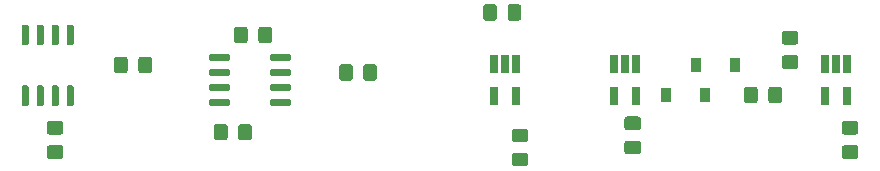
<source format=gbr>
G04 #@! TF.GenerationSoftware,KiCad,Pcbnew,(5.1.5)-3*
G04 #@! TF.CreationDate,2020-05-18T11:13:30-07:00*
G04 #@! TF.ProjectId,Conductivity_Sensor,436f6e64-7563-4746-9976-6974795f5365,rev?*
G04 #@! TF.SameCoordinates,Original*
G04 #@! TF.FileFunction,Paste,Top*
G04 #@! TF.FilePolarity,Positive*
%FSLAX46Y46*%
G04 Gerber Fmt 4.6, Leading zero omitted, Abs format (unit mm)*
G04 Created by KiCad (PCBNEW (5.1.5)-3) date 2020-05-18 11:13:30*
%MOMM*%
%LPD*%
G04 APERTURE LIST*
%ADD10R,0.900000X1.200000*%
%ADD11C,0.100000*%
%ADD12R,0.650000X1.560000*%
G04 APERTURE END LIST*
D10*
X158370000Y-67310000D03*
X161670000Y-67310000D03*
D11*
G36*
X107154505Y-69521204D02*
G01*
X107178773Y-69524804D01*
X107202572Y-69530765D01*
X107225671Y-69539030D01*
X107247850Y-69549520D01*
X107268893Y-69562132D01*
X107288599Y-69576747D01*
X107306777Y-69593223D01*
X107323253Y-69611401D01*
X107337868Y-69631107D01*
X107350480Y-69652150D01*
X107360970Y-69674329D01*
X107369235Y-69697428D01*
X107375196Y-69721227D01*
X107378796Y-69745495D01*
X107380000Y-69769999D01*
X107380000Y-70420001D01*
X107378796Y-70444505D01*
X107375196Y-70468773D01*
X107369235Y-70492572D01*
X107360970Y-70515671D01*
X107350480Y-70537850D01*
X107337868Y-70558893D01*
X107323253Y-70578599D01*
X107306777Y-70596777D01*
X107288599Y-70613253D01*
X107268893Y-70627868D01*
X107247850Y-70640480D01*
X107225671Y-70650970D01*
X107202572Y-70659235D01*
X107178773Y-70665196D01*
X107154505Y-70668796D01*
X107130001Y-70670000D01*
X106229999Y-70670000D01*
X106205495Y-70668796D01*
X106181227Y-70665196D01*
X106157428Y-70659235D01*
X106134329Y-70650970D01*
X106112150Y-70640480D01*
X106091107Y-70627868D01*
X106071401Y-70613253D01*
X106053223Y-70596777D01*
X106036747Y-70578599D01*
X106022132Y-70558893D01*
X106009520Y-70537850D01*
X105999030Y-70515671D01*
X105990765Y-70492572D01*
X105984804Y-70468773D01*
X105981204Y-70444505D01*
X105980000Y-70420001D01*
X105980000Y-69769999D01*
X105981204Y-69745495D01*
X105984804Y-69721227D01*
X105990765Y-69697428D01*
X105999030Y-69674329D01*
X106009520Y-69652150D01*
X106022132Y-69631107D01*
X106036747Y-69611401D01*
X106053223Y-69593223D01*
X106071401Y-69576747D01*
X106091107Y-69562132D01*
X106112150Y-69549520D01*
X106134329Y-69539030D01*
X106157428Y-69530765D01*
X106181227Y-69524804D01*
X106205495Y-69521204D01*
X106229999Y-69520000D01*
X107130001Y-69520000D01*
X107154505Y-69521204D01*
G37*
G36*
X107154505Y-71571204D02*
G01*
X107178773Y-71574804D01*
X107202572Y-71580765D01*
X107225671Y-71589030D01*
X107247850Y-71599520D01*
X107268893Y-71612132D01*
X107288599Y-71626747D01*
X107306777Y-71643223D01*
X107323253Y-71661401D01*
X107337868Y-71681107D01*
X107350480Y-71702150D01*
X107360970Y-71724329D01*
X107369235Y-71747428D01*
X107375196Y-71771227D01*
X107378796Y-71795495D01*
X107380000Y-71819999D01*
X107380000Y-72470001D01*
X107378796Y-72494505D01*
X107375196Y-72518773D01*
X107369235Y-72542572D01*
X107360970Y-72565671D01*
X107350480Y-72587850D01*
X107337868Y-72608893D01*
X107323253Y-72628599D01*
X107306777Y-72646777D01*
X107288599Y-72663253D01*
X107268893Y-72677868D01*
X107247850Y-72690480D01*
X107225671Y-72700970D01*
X107202572Y-72709235D01*
X107178773Y-72715196D01*
X107154505Y-72718796D01*
X107130001Y-72720000D01*
X106229999Y-72720000D01*
X106205495Y-72718796D01*
X106181227Y-72715196D01*
X106157428Y-72709235D01*
X106134329Y-72700970D01*
X106112150Y-72690480D01*
X106091107Y-72677868D01*
X106071401Y-72663253D01*
X106053223Y-72646777D01*
X106036747Y-72628599D01*
X106022132Y-72608893D01*
X106009520Y-72587850D01*
X105999030Y-72565671D01*
X105990765Y-72542572D01*
X105984804Y-72518773D01*
X105981204Y-72494505D01*
X105980000Y-72470001D01*
X105980000Y-71819999D01*
X105981204Y-71795495D01*
X105984804Y-71771227D01*
X105990765Y-71747428D01*
X105999030Y-71724329D01*
X106009520Y-71702150D01*
X106022132Y-71681107D01*
X106036747Y-71661401D01*
X106053223Y-71643223D01*
X106071401Y-71626747D01*
X106091107Y-71612132D01*
X106112150Y-71599520D01*
X106134329Y-71589030D01*
X106157428Y-71580765D01*
X106181227Y-71574804D01*
X106205495Y-71571204D01*
X106229999Y-71570000D01*
X107130001Y-71570000D01*
X107154505Y-71571204D01*
G37*
G36*
X122759505Y-61531204D02*
G01*
X122783773Y-61534804D01*
X122807572Y-61540765D01*
X122830671Y-61549030D01*
X122852850Y-61559520D01*
X122873893Y-61572132D01*
X122893599Y-61586747D01*
X122911777Y-61603223D01*
X122928253Y-61621401D01*
X122942868Y-61641107D01*
X122955480Y-61662150D01*
X122965970Y-61684329D01*
X122974235Y-61707428D01*
X122980196Y-61731227D01*
X122983796Y-61755495D01*
X122985000Y-61779999D01*
X122985000Y-62680001D01*
X122983796Y-62704505D01*
X122980196Y-62728773D01*
X122974235Y-62752572D01*
X122965970Y-62775671D01*
X122955480Y-62797850D01*
X122942868Y-62818893D01*
X122928253Y-62838599D01*
X122911777Y-62856777D01*
X122893599Y-62873253D01*
X122873893Y-62887868D01*
X122852850Y-62900480D01*
X122830671Y-62910970D01*
X122807572Y-62919235D01*
X122783773Y-62925196D01*
X122759505Y-62928796D01*
X122735001Y-62930000D01*
X122084999Y-62930000D01*
X122060495Y-62928796D01*
X122036227Y-62925196D01*
X122012428Y-62919235D01*
X121989329Y-62910970D01*
X121967150Y-62900480D01*
X121946107Y-62887868D01*
X121926401Y-62873253D01*
X121908223Y-62856777D01*
X121891747Y-62838599D01*
X121877132Y-62818893D01*
X121864520Y-62797850D01*
X121854030Y-62775671D01*
X121845765Y-62752572D01*
X121839804Y-62728773D01*
X121836204Y-62704505D01*
X121835000Y-62680001D01*
X121835000Y-61779999D01*
X121836204Y-61755495D01*
X121839804Y-61731227D01*
X121845765Y-61707428D01*
X121854030Y-61684329D01*
X121864520Y-61662150D01*
X121877132Y-61641107D01*
X121891747Y-61621401D01*
X121908223Y-61603223D01*
X121926401Y-61586747D01*
X121946107Y-61572132D01*
X121967150Y-61559520D01*
X121989329Y-61549030D01*
X122012428Y-61540765D01*
X122036227Y-61534804D01*
X122060495Y-61531204D01*
X122084999Y-61530000D01*
X122735001Y-61530000D01*
X122759505Y-61531204D01*
G37*
G36*
X124809505Y-61531204D02*
G01*
X124833773Y-61534804D01*
X124857572Y-61540765D01*
X124880671Y-61549030D01*
X124902850Y-61559520D01*
X124923893Y-61572132D01*
X124943599Y-61586747D01*
X124961777Y-61603223D01*
X124978253Y-61621401D01*
X124992868Y-61641107D01*
X125005480Y-61662150D01*
X125015970Y-61684329D01*
X125024235Y-61707428D01*
X125030196Y-61731227D01*
X125033796Y-61755495D01*
X125035000Y-61779999D01*
X125035000Y-62680001D01*
X125033796Y-62704505D01*
X125030196Y-62728773D01*
X125024235Y-62752572D01*
X125015970Y-62775671D01*
X125005480Y-62797850D01*
X124992868Y-62818893D01*
X124978253Y-62838599D01*
X124961777Y-62856777D01*
X124943599Y-62873253D01*
X124923893Y-62887868D01*
X124902850Y-62900480D01*
X124880671Y-62910970D01*
X124857572Y-62919235D01*
X124833773Y-62925196D01*
X124809505Y-62928796D01*
X124785001Y-62930000D01*
X124134999Y-62930000D01*
X124110495Y-62928796D01*
X124086227Y-62925196D01*
X124062428Y-62919235D01*
X124039329Y-62910970D01*
X124017150Y-62900480D01*
X123996107Y-62887868D01*
X123976401Y-62873253D01*
X123958223Y-62856777D01*
X123941747Y-62838599D01*
X123927132Y-62818893D01*
X123914520Y-62797850D01*
X123904030Y-62775671D01*
X123895765Y-62752572D01*
X123889804Y-62728773D01*
X123886204Y-62704505D01*
X123885000Y-62680001D01*
X123885000Y-61779999D01*
X123886204Y-61755495D01*
X123889804Y-61731227D01*
X123895765Y-61707428D01*
X123904030Y-61684329D01*
X123914520Y-61662150D01*
X123927132Y-61641107D01*
X123941747Y-61621401D01*
X123958223Y-61603223D01*
X123976401Y-61586747D01*
X123996107Y-61572132D01*
X124017150Y-61559520D01*
X124039329Y-61549030D01*
X124062428Y-61540765D01*
X124086227Y-61534804D01*
X124110495Y-61531204D01*
X124134999Y-61530000D01*
X124785001Y-61530000D01*
X124809505Y-61531204D01*
G37*
G36*
X146524505Y-72206204D02*
G01*
X146548773Y-72209804D01*
X146572572Y-72215765D01*
X146595671Y-72224030D01*
X146617850Y-72234520D01*
X146638893Y-72247132D01*
X146658599Y-72261747D01*
X146676777Y-72278223D01*
X146693253Y-72296401D01*
X146707868Y-72316107D01*
X146720480Y-72337150D01*
X146730970Y-72359329D01*
X146739235Y-72382428D01*
X146745196Y-72406227D01*
X146748796Y-72430495D01*
X146750000Y-72454999D01*
X146750000Y-73105001D01*
X146748796Y-73129505D01*
X146745196Y-73153773D01*
X146739235Y-73177572D01*
X146730970Y-73200671D01*
X146720480Y-73222850D01*
X146707868Y-73243893D01*
X146693253Y-73263599D01*
X146676777Y-73281777D01*
X146658599Y-73298253D01*
X146638893Y-73312868D01*
X146617850Y-73325480D01*
X146595671Y-73335970D01*
X146572572Y-73344235D01*
X146548773Y-73350196D01*
X146524505Y-73353796D01*
X146500001Y-73355000D01*
X145599999Y-73355000D01*
X145575495Y-73353796D01*
X145551227Y-73350196D01*
X145527428Y-73344235D01*
X145504329Y-73335970D01*
X145482150Y-73325480D01*
X145461107Y-73312868D01*
X145441401Y-73298253D01*
X145423223Y-73281777D01*
X145406747Y-73263599D01*
X145392132Y-73243893D01*
X145379520Y-73222850D01*
X145369030Y-73200671D01*
X145360765Y-73177572D01*
X145354804Y-73153773D01*
X145351204Y-73129505D01*
X145350000Y-73105001D01*
X145350000Y-72454999D01*
X145351204Y-72430495D01*
X145354804Y-72406227D01*
X145360765Y-72382428D01*
X145369030Y-72359329D01*
X145379520Y-72337150D01*
X145392132Y-72316107D01*
X145406747Y-72296401D01*
X145423223Y-72278223D01*
X145441401Y-72261747D01*
X145461107Y-72247132D01*
X145482150Y-72234520D01*
X145504329Y-72224030D01*
X145527428Y-72215765D01*
X145551227Y-72209804D01*
X145575495Y-72206204D01*
X145599999Y-72205000D01*
X146500001Y-72205000D01*
X146524505Y-72206204D01*
G37*
G36*
X146524505Y-70156204D02*
G01*
X146548773Y-70159804D01*
X146572572Y-70165765D01*
X146595671Y-70174030D01*
X146617850Y-70184520D01*
X146638893Y-70197132D01*
X146658599Y-70211747D01*
X146676777Y-70228223D01*
X146693253Y-70246401D01*
X146707868Y-70266107D01*
X146720480Y-70287150D01*
X146730970Y-70309329D01*
X146739235Y-70332428D01*
X146745196Y-70356227D01*
X146748796Y-70380495D01*
X146750000Y-70404999D01*
X146750000Y-71055001D01*
X146748796Y-71079505D01*
X146745196Y-71103773D01*
X146739235Y-71127572D01*
X146730970Y-71150671D01*
X146720480Y-71172850D01*
X146707868Y-71193893D01*
X146693253Y-71213599D01*
X146676777Y-71231777D01*
X146658599Y-71248253D01*
X146638893Y-71262868D01*
X146617850Y-71275480D01*
X146595671Y-71285970D01*
X146572572Y-71294235D01*
X146548773Y-71300196D01*
X146524505Y-71303796D01*
X146500001Y-71305000D01*
X145599999Y-71305000D01*
X145575495Y-71303796D01*
X145551227Y-71300196D01*
X145527428Y-71294235D01*
X145504329Y-71285970D01*
X145482150Y-71275480D01*
X145461107Y-71262868D01*
X145441401Y-71248253D01*
X145423223Y-71231777D01*
X145406747Y-71213599D01*
X145392132Y-71193893D01*
X145379520Y-71172850D01*
X145369030Y-71150671D01*
X145360765Y-71127572D01*
X145354804Y-71103773D01*
X145351204Y-71079505D01*
X145350000Y-71055001D01*
X145350000Y-70404999D01*
X145351204Y-70380495D01*
X145354804Y-70356227D01*
X145360765Y-70332428D01*
X145369030Y-70309329D01*
X145379520Y-70287150D01*
X145392132Y-70266107D01*
X145406747Y-70246401D01*
X145423223Y-70228223D01*
X145441401Y-70211747D01*
X145461107Y-70197132D01*
X145482150Y-70184520D01*
X145504329Y-70174030D01*
X145527428Y-70165765D01*
X145551227Y-70159804D01*
X145575495Y-70156204D01*
X145599999Y-70155000D01*
X146500001Y-70155000D01*
X146524505Y-70156204D01*
G37*
G36*
X156049505Y-71181204D02*
G01*
X156073773Y-71184804D01*
X156097572Y-71190765D01*
X156120671Y-71199030D01*
X156142850Y-71209520D01*
X156163893Y-71222132D01*
X156183599Y-71236747D01*
X156201777Y-71253223D01*
X156218253Y-71271401D01*
X156232868Y-71291107D01*
X156245480Y-71312150D01*
X156255970Y-71334329D01*
X156264235Y-71357428D01*
X156270196Y-71381227D01*
X156273796Y-71405495D01*
X156275000Y-71429999D01*
X156275000Y-72080001D01*
X156273796Y-72104505D01*
X156270196Y-72128773D01*
X156264235Y-72152572D01*
X156255970Y-72175671D01*
X156245480Y-72197850D01*
X156232868Y-72218893D01*
X156218253Y-72238599D01*
X156201777Y-72256777D01*
X156183599Y-72273253D01*
X156163893Y-72287868D01*
X156142850Y-72300480D01*
X156120671Y-72310970D01*
X156097572Y-72319235D01*
X156073773Y-72325196D01*
X156049505Y-72328796D01*
X156025001Y-72330000D01*
X155124999Y-72330000D01*
X155100495Y-72328796D01*
X155076227Y-72325196D01*
X155052428Y-72319235D01*
X155029329Y-72310970D01*
X155007150Y-72300480D01*
X154986107Y-72287868D01*
X154966401Y-72273253D01*
X154948223Y-72256777D01*
X154931747Y-72238599D01*
X154917132Y-72218893D01*
X154904520Y-72197850D01*
X154894030Y-72175671D01*
X154885765Y-72152572D01*
X154879804Y-72128773D01*
X154876204Y-72104505D01*
X154875000Y-72080001D01*
X154875000Y-71429999D01*
X154876204Y-71405495D01*
X154879804Y-71381227D01*
X154885765Y-71357428D01*
X154894030Y-71334329D01*
X154904520Y-71312150D01*
X154917132Y-71291107D01*
X154931747Y-71271401D01*
X154948223Y-71253223D01*
X154966401Y-71236747D01*
X154986107Y-71222132D01*
X155007150Y-71209520D01*
X155029329Y-71199030D01*
X155052428Y-71190765D01*
X155076227Y-71184804D01*
X155100495Y-71181204D01*
X155124999Y-71180000D01*
X156025001Y-71180000D01*
X156049505Y-71181204D01*
G37*
G36*
X156049505Y-69131204D02*
G01*
X156073773Y-69134804D01*
X156097572Y-69140765D01*
X156120671Y-69149030D01*
X156142850Y-69159520D01*
X156163893Y-69172132D01*
X156183599Y-69186747D01*
X156201777Y-69203223D01*
X156218253Y-69221401D01*
X156232868Y-69241107D01*
X156245480Y-69262150D01*
X156255970Y-69284329D01*
X156264235Y-69307428D01*
X156270196Y-69331227D01*
X156273796Y-69355495D01*
X156275000Y-69379999D01*
X156275000Y-70030001D01*
X156273796Y-70054505D01*
X156270196Y-70078773D01*
X156264235Y-70102572D01*
X156255970Y-70125671D01*
X156245480Y-70147850D01*
X156232868Y-70168893D01*
X156218253Y-70188599D01*
X156201777Y-70206777D01*
X156183599Y-70223253D01*
X156163893Y-70237868D01*
X156142850Y-70250480D01*
X156120671Y-70260970D01*
X156097572Y-70269235D01*
X156073773Y-70275196D01*
X156049505Y-70278796D01*
X156025001Y-70280000D01*
X155124999Y-70280000D01*
X155100495Y-70278796D01*
X155076227Y-70275196D01*
X155052428Y-70269235D01*
X155029329Y-70260970D01*
X155007150Y-70250480D01*
X154986107Y-70237868D01*
X154966401Y-70223253D01*
X154948223Y-70206777D01*
X154931747Y-70188599D01*
X154917132Y-70168893D01*
X154904520Y-70147850D01*
X154894030Y-70125671D01*
X154885765Y-70102572D01*
X154879804Y-70078773D01*
X154876204Y-70054505D01*
X154875000Y-70030001D01*
X154875000Y-69379999D01*
X154876204Y-69355495D01*
X154879804Y-69331227D01*
X154885765Y-69307428D01*
X154894030Y-69284329D01*
X154904520Y-69262150D01*
X154917132Y-69241107D01*
X154931747Y-69221401D01*
X154948223Y-69203223D01*
X154966401Y-69186747D01*
X154986107Y-69172132D01*
X155007150Y-69159520D01*
X155029329Y-69149030D01*
X155052428Y-69140765D01*
X155076227Y-69134804D01*
X155100495Y-69131204D01*
X155124999Y-69130000D01*
X156025001Y-69130000D01*
X156049505Y-69131204D01*
G37*
G36*
X174464505Y-71571204D02*
G01*
X174488773Y-71574804D01*
X174512572Y-71580765D01*
X174535671Y-71589030D01*
X174557850Y-71599520D01*
X174578893Y-71612132D01*
X174598599Y-71626747D01*
X174616777Y-71643223D01*
X174633253Y-71661401D01*
X174647868Y-71681107D01*
X174660480Y-71702150D01*
X174670970Y-71724329D01*
X174679235Y-71747428D01*
X174685196Y-71771227D01*
X174688796Y-71795495D01*
X174690000Y-71819999D01*
X174690000Y-72470001D01*
X174688796Y-72494505D01*
X174685196Y-72518773D01*
X174679235Y-72542572D01*
X174670970Y-72565671D01*
X174660480Y-72587850D01*
X174647868Y-72608893D01*
X174633253Y-72628599D01*
X174616777Y-72646777D01*
X174598599Y-72663253D01*
X174578893Y-72677868D01*
X174557850Y-72690480D01*
X174535671Y-72700970D01*
X174512572Y-72709235D01*
X174488773Y-72715196D01*
X174464505Y-72718796D01*
X174440001Y-72720000D01*
X173539999Y-72720000D01*
X173515495Y-72718796D01*
X173491227Y-72715196D01*
X173467428Y-72709235D01*
X173444329Y-72700970D01*
X173422150Y-72690480D01*
X173401107Y-72677868D01*
X173381401Y-72663253D01*
X173363223Y-72646777D01*
X173346747Y-72628599D01*
X173332132Y-72608893D01*
X173319520Y-72587850D01*
X173309030Y-72565671D01*
X173300765Y-72542572D01*
X173294804Y-72518773D01*
X173291204Y-72494505D01*
X173290000Y-72470001D01*
X173290000Y-71819999D01*
X173291204Y-71795495D01*
X173294804Y-71771227D01*
X173300765Y-71747428D01*
X173309030Y-71724329D01*
X173319520Y-71702150D01*
X173332132Y-71681107D01*
X173346747Y-71661401D01*
X173363223Y-71643223D01*
X173381401Y-71626747D01*
X173401107Y-71612132D01*
X173422150Y-71599520D01*
X173444329Y-71589030D01*
X173467428Y-71580765D01*
X173491227Y-71574804D01*
X173515495Y-71571204D01*
X173539999Y-71570000D01*
X174440001Y-71570000D01*
X174464505Y-71571204D01*
G37*
G36*
X174464505Y-69521204D02*
G01*
X174488773Y-69524804D01*
X174512572Y-69530765D01*
X174535671Y-69539030D01*
X174557850Y-69549520D01*
X174578893Y-69562132D01*
X174598599Y-69576747D01*
X174616777Y-69593223D01*
X174633253Y-69611401D01*
X174647868Y-69631107D01*
X174660480Y-69652150D01*
X174670970Y-69674329D01*
X174679235Y-69697428D01*
X174685196Y-69721227D01*
X174688796Y-69745495D01*
X174690000Y-69769999D01*
X174690000Y-70420001D01*
X174688796Y-70444505D01*
X174685196Y-70468773D01*
X174679235Y-70492572D01*
X174670970Y-70515671D01*
X174660480Y-70537850D01*
X174647868Y-70558893D01*
X174633253Y-70578599D01*
X174616777Y-70596777D01*
X174598599Y-70613253D01*
X174578893Y-70627868D01*
X174557850Y-70640480D01*
X174535671Y-70650970D01*
X174512572Y-70659235D01*
X174488773Y-70665196D01*
X174464505Y-70668796D01*
X174440001Y-70670000D01*
X173539999Y-70670000D01*
X173515495Y-70668796D01*
X173491227Y-70665196D01*
X173467428Y-70659235D01*
X173444329Y-70650970D01*
X173422150Y-70640480D01*
X173401107Y-70627868D01*
X173381401Y-70613253D01*
X173363223Y-70596777D01*
X173346747Y-70578599D01*
X173332132Y-70558893D01*
X173319520Y-70537850D01*
X173309030Y-70515671D01*
X173300765Y-70492572D01*
X173294804Y-70468773D01*
X173291204Y-70444505D01*
X173290000Y-70420001D01*
X173290000Y-69769999D01*
X173291204Y-69745495D01*
X173294804Y-69721227D01*
X173300765Y-69697428D01*
X173309030Y-69674329D01*
X173319520Y-69652150D01*
X173332132Y-69631107D01*
X173346747Y-69611401D01*
X173363223Y-69593223D01*
X173381401Y-69576747D01*
X173401107Y-69562132D01*
X173422150Y-69549520D01*
X173444329Y-69539030D01*
X173467428Y-69530765D01*
X173491227Y-69524804D01*
X173515495Y-69521204D01*
X173539999Y-69520000D01*
X174440001Y-69520000D01*
X174464505Y-69521204D01*
G37*
G36*
X169384505Y-61901204D02*
G01*
X169408773Y-61904804D01*
X169432572Y-61910765D01*
X169455671Y-61919030D01*
X169477850Y-61929520D01*
X169498893Y-61942132D01*
X169518599Y-61956747D01*
X169536777Y-61973223D01*
X169553253Y-61991401D01*
X169567868Y-62011107D01*
X169580480Y-62032150D01*
X169590970Y-62054329D01*
X169599235Y-62077428D01*
X169605196Y-62101227D01*
X169608796Y-62125495D01*
X169610000Y-62149999D01*
X169610000Y-62800001D01*
X169608796Y-62824505D01*
X169605196Y-62848773D01*
X169599235Y-62872572D01*
X169590970Y-62895671D01*
X169580480Y-62917850D01*
X169567868Y-62938893D01*
X169553253Y-62958599D01*
X169536777Y-62976777D01*
X169518599Y-62993253D01*
X169498893Y-63007868D01*
X169477850Y-63020480D01*
X169455671Y-63030970D01*
X169432572Y-63039235D01*
X169408773Y-63045196D01*
X169384505Y-63048796D01*
X169360001Y-63050000D01*
X168459999Y-63050000D01*
X168435495Y-63048796D01*
X168411227Y-63045196D01*
X168387428Y-63039235D01*
X168364329Y-63030970D01*
X168342150Y-63020480D01*
X168321107Y-63007868D01*
X168301401Y-62993253D01*
X168283223Y-62976777D01*
X168266747Y-62958599D01*
X168252132Y-62938893D01*
X168239520Y-62917850D01*
X168229030Y-62895671D01*
X168220765Y-62872572D01*
X168214804Y-62848773D01*
X168211204Y-62824505D01*
X168210000Y-62800001D01*
X168210000Y-62149999D01*
X168211204Y-62125495D01*
X168214804Y-62101227D01*
X168220765Y-62077428D01*
X168229030Y-62054329D01*
X168239520Y-62032150D01*
X168252132Y-62011107D01*
X168266747Y-61991401D01*
X168283223Y-61973223D01*
X168301401Y-61956747D01*
X168321107Y-61942132D01*
X168342150Y-61929520D01*
X168364329Y-61919030D01*
X168387428Y-61910765D01*
X168411227Y-61904804D01*
X168435495Y-61901204D01*
X168459999Y-61900000D01*
X169360001Y-61900000D01*
X169384505Y-61901204D01*
G37*
G36*
X169384505Y-63951204D02*
G01*
X169408773Y-63954804D01*
X169432572Y-63960765D01*
X169455671Y-63969030D01*
X169477850Y-63979520D01*
X169498893Y-63992132D01*
X169518599Y-64006747D01*
X169536777Y-64023223D01*
X169553253Y-64041401D01*
X169567868Y-64061107D01*
X169580480Y-64082150D01*
X169590970Y-64104329D01*
X169599235Y-64127428D01*
X169605196Y-64151227D01*
X169608796Y-64175495D01*
X169610000Y-64199999D01*
X169610000Y-64850001D01*
X169608796Y-64874505D01*
X169605196Y-64898773D01*
X169599235Y-64922572D01*
X169590970Y-64945671D01*
X169580480Y-64967850D01*
X169567868Y-64988893D01*
X169553253Y-65008599D01*
X169536777Y-65026777D01*
X169518599Y-65043253D01*
X169498893Y-65057868D01*
X169477850Y-65070480D01*
X169455671Y-65080970D01*
X169432572Y-65089235D01*
X169408773Y-65095196D01*
X169384505Y-65098796D01*
X169360001Y-65100000D01*
X168459999Y-65100000D01*
X168435495Y-65098796D01*
X168411227Y-65095196D01*
X168387428Y-65089235D01*
X168364329Y-65080970D01*
X168342150Y-65070480D01*
X168321107Y-65057868D01*
X168301401Y-65043253D01*
X168283223Y-65026777D01*
X168266747Y-65008599D01*
X168252132Y-64988893D01*
X168239520Y-64967850D01*
X168229030Y-64945671D01*
X168220765Y-64922572D01*
X168214804Y-64898773D01*
X168211204Y-64874505D01*
X168210000Y-64850001D01*
X168210000Y-64199999D01*
X168211204Y-64175495D01*
X168214804Y-64151227D01*
X168220765Y-64127428D01*
X168229030Y-64104329D01*
X168239520Y-64082150D01*
X168252132Y-64061107D01*
X168266747Y-64041401D01*
X168283223Y-64023223D01*
X168301401Y-64006747D01*
X168321107Y-63992132D01*
X168342150Y-63979520D01*
X168364329Y-63969030D01*
X168387428Y-63960765D01*
X168411227Y-63954804D01*
X168435495Y-63951204D01*
X168459999Y-63950000D01*
X169360001Y-63950000D01*
X169384505Y-63951204D01*
G37*
D10*
X164210000Y-64770000D03*
X160910000Y-64770000D03*
D11*
G36*
X114649505Y-64071204D02*
G01*
X114673773Y-64074804D01*
X114697572Y-64080765D01*
X114720671Y-64089030D01*
X114742850Y-64099520D01*
X114763893Y-64112132D01*
X114783599Y-64126747D01*
X114801777Y-64143223D01*
X114818253Y-64161401D01*
X114832868Y-64181107D01*
X114845480Y-64202150D01*
X114855970Y-64224329D01*
X114864235Y-64247428D01*
X114870196Y-64271227D01*
X114873796Y-64295495D01*
X114875000Y-64319999D01*
X114875000Y-65220001D01*
X114873796Y-65244505D01*
X114870196Y-65268773D01*
X114864235Y-65292572D01*
X114855970Y-65315671D01*
X114845480Y-65337850D01*
X114832868Y-65358893D01*
X114818253Y-65378599D01*
X114801777Y-65396777D01*
X114783599Y-65413253D01*
X114763893Y-65427868D01*
X114742850Y-65440480D01*
X114720671Y-65450970D01*
X114697572Y-65459235D01*
X114673773Y-65465196D01*
X114649505Y-65468796D01*
X114625001Y-65470000D01*
X113974999Y-65470000D01*
X113950495Y-65468796D01*
X113926227Y-65465196D01*
X113902428Y-65459235D01*
X113879329Y-65450970D01*
X113857150Y-65440480D01*
X113836107Y-65427868D01*
X113816401Y-65413253D01*
X113798223Y-65396777D01*
X113781747Y-65378599D01*
X113767132Y-65358893D01*
X113754520Y-65337850D01*
X113744030Y-65315671D01*
X113735765Y-65292572D01*
X113729804Y-65268773D01*
X113726204Y-65244505D01*
X113725000Y-65220001D01*
X113725000Y-64319999D01*
X113726204Y-64295495D01*
X113729804Y-64271227D01*
X113735765Y-64247428D01*
X113744030Y-64224329D01*
X113754520Y-64202150D01*
X113767132Y-64181107D01*
X113781747Y-64161401D01*
X113798223Y-64143223D01*
X113816401Y-64126747D01*
X113836107Y-64112132D01*
X113857150Y-64099520D01*
X113879329Y-64089030D01*
X113902428Y-64080765D01*
X113926227Y-64074804D01*
X113950495Y-64071204D01*
X113974999Y-64070000D01*
X114625001Y-64070000D01*
X114649505Y-64071204D01*
G37*
G36*
X112599505Y-64071204D02*
G01*
X112623773Y-64074804D01*
X112647572Y-64080765D01*
X112670671Y-64089030D01*
X112692850Y-64099520D01*
X112713893Y-64112132D01*
X112733599Y-64126747D01*
X112751777Y-64143223D01*
X112768253Y-64161401D01*
X112782868Y-64181107D01*
X112795480Y-64202150D01*
X112805970Y-64224329D01*
X112814235Y-64247428D01*
X112820196Y-64271227D01*
X112823796Y-64295495D01*
X112825000Y-64319999D01*
X112825000Y-65220001D01*
X112823796Y-65244505D01*
X112820196Y-65268773D01*
X112814235Y-65292572D01*
X112805970Y-65315671D01*
X112795480Y-65337850D01*
X112782868Y-65358893D01*
X112768253Y-65378599D01*
X112751777Y-65396777D01*
X112733599Y-65413253D01*
X112713893Y-65427868D01*
X112692850Y-65440480D01*
X112670671Y-65450970D01*
X112647572Y-65459235D01*
X112623773Y-65465196D01*
X112599505Y-65468796D01*
X112575001Y-65470000D01*
X111924999Y-65470000D01*
X111900495Y-65468796D01*
X111876227Y-65465196D01*
X111852428Y-65459235D01*
X111829329Y-65450970D01*
X111807150Y-65440480D01*
X111786107Y-65427868D01*
X111766401Y-65413253D01*
X111748223Y-65396777D01*
X111731747Y-65378599D01*
X111717132Y-65358893D01*
X111704520Y-65337850D01*
X111694030Y-65315671D01*
X111685765Y-65292572D01*
X111679804Y-65268773D01*
X111676204Y-65244505D01*
X111675000Y-65220001D01*
X111675000Y-64319999D01*
X111676204Y-64295495D01*
X111679804Y-64271227D01*
X111685765Y-64247428D01*
X111694030Y-64224329D01*
X111704520Y-64202150D01*
X111717132Y-64181107D01*
X111731747Y-64161401D01*
X111748223Y-64143223D01*
X111766401Y-64126747D01*
X111786107Y-64112132D01*
X111807150Y-64099520D01*
X111829329Y-64089030D01*
X111852428Y-64080765D01*
X111876227Y-64074804D01*
X111900495Y-64071204D01*
X111924999Y-64070000D01*
X112575001Y-64070000D01*
X112599505Y-64071204D01*
G37*
G36*
X131649505Y-64706204D02*
G01*
X131673773Y-64709804D01*
X131697572Y-64715765D01*
X131720671Y-64724030D01*
X131742850Y-64734520D01*
X131763893Y-64747132D01*
X131783599Y-64761747D01*
X131801777Y-64778223D01*
X131818253Y-64796401D01*
X131832868Y-64816107D01*
X131845480Y-64837150D01*
X131855970Y-64859329D01*
X131864235Y-64882428D01*
X131870196Y-64906227D01*
X131873796Y-64930495D01*
X131875000Y-64954999D01*
X131875000Y-65855001D01*
X131873796Y-65879505D01*
X131870196Y-65903773D01*
X131864235Y-65927572D01*
X131855970Y-65950671D01*
X131845480Y-65972850D01*
X131832868Y-65993893D01*
X131818253Y-66013599D01*
X131801777Y-66031777D01*
X131783599Y-66048253D01*
X131763893Y-66062868D01*
X131742850Y-66075480D01*
X131720671Y-66085970D01*
X131697572Y-66094235D01*
X131673773Y-66100196D01*
X131649505Y-66103796D01*
X131625001Y-66105000D01*
X130974999Y-66105000D01*
X130950495Y-66103796D01*
X130926227Y-66100196D01*
X130902428Y-66094235D01*
X130879329Y-66085970D01*
X130857150Y-66075480D01*
X130836107Y-66062868D01*
X130816401Y-66048253D01*
X130798223Y-66031777D01*
X130781747Y-66013599D01*
X130767132Y-65993893D01*
X130754520Y-65972850D01*
X130744030Y-65950671D01*
X130735765Y-65927572D01*
X130729804Y-65903773D01*
X130726204Y-65879505D01*
X130725000Y-65855001D01*
X130725000Y-64954999D01*
X130726204Y-64930495D01*
X130729804Y-64906227D01*
X130735765Y-64882428D01*
X130744030Y-64859329D01*
X130754520Y-64837150D01*
X130767132Y-64816107D01*
X130781747Y-64796401D01*
X130798223Y-64778223D01*
X130816401Y-64761747D01*
X130836107Y-64747132D01*
X130857150Y-64734520D01*
X130879329Y-64724030D01*
X130902428Y-64715765D01*
X130926227Y-64709804D01*
X130950495Y-64706204D01*
X130974999Y-64705000D01*
X131625001Y-64705000D01*
X131649505Y-64706204D01*
G37*
G36*
X133699505Y-64706204D02*
G01*
X133723773Y-64709804D01*
X133747572Y-64715765D01*
X133770671Y-64724030D01*
X133792850Y-64734520D01*
X133813893Y-64747132D01*
X133833599Y-64761747D01*
X133851777Y-64778223D01*
X133868253Y-64796401D01*
X133882868Y-64816107D01*
X133895480Y-64837150D01*
X133905970Y-64859329D01*
X133914235Y-64882428D01*
X133920196Y-64906227D01*
X133923796Y-64930495D01*
X133925000Y-64954999D01*
X133925000Y-65855001D01*
X133923796Y-65879505D01*
X133920196Y-65903773D01*
X133914235Y-65927572D01*
X133905970Y-65950671D01*
X133895480Y-65972850D01*
X133882868Y-65993893D01*
X133868253Y-66013599D01*
X133851777Y-66031777D01*
X133833599Y-66048253D01*
X133813893Y-66062868D01*
X133792850Y-66075480D01*
X133770671Y-66085970D01*
X133747572Y-66094235D01*
X133723773Y-66100196D01*
X133699505Y-66103796D01*
X133675001Y-66105000D01*
X133024999Y-66105000D01*
X133000495Y-66103796D01*
X132976227Y-66100196D01*
X132952428Y-66094235D01*
X132929329Y-66085970D01*
X132907150Y-66075480D01*
X132886107Y-66062868D01*
X132866401Y-66048253D01*
X132848223Y-66031777D01*
X132831747Y-66013599D01*
X132817132Y-65993893D01*
X132804520Y-65972850D01*
X132794030Y-65950671D01*
X132785765Y-65927572D01*
X132779804Y-65903773D01*
X132776204Y-65879505D01*
X132775000Y-65855001D01*
X132775000Y-64954999D01*
X132776204Y-64930495D01*
X132779804Y-64906227D01*
X132785765Y-64882428D01*
X132794030Y-64859329D01*
X132804520Y-64837150D01*
X132817132Y-64816107D01*
X132831747Y-64796401D01*
X132848223Y-64778223D01*
X132866401Y-64761747D01*
X132886107Y-64747132D01*
X132907150Y-64734520D01*
X132929329Y-64724030D01*
X132952428Y-64715765D01*
X132976227Y-64709804D01*
X133000495Y-64706204D01*
X133024999Y-64705000D01*
X133675001Y-64705000D01*
X133699505Y-64706204D01*
G37*
G36*
X123107705Y-69760804D02*
G01*
X123131973Y-69764404D01*
X123155772Y-69770365D01*
X123178871Y-69778630D01*
X123201050Y-69789120D01*
X123222093Y-69801732D01*
X123241799Y-69816347D01*
X123259977Y-69832823D01*
X123276453Y-69851001D01*
X123291068Y-69870707D01*
X123303680Y-69891750D01*
X123314170Y-69913929D01*
X123322435Y-69937028D01*
X123328396Y-69960827D01*
X123331996Y-69985095D01*
X123333200Y-70009599D01*
X123333200Y-70909601D01*
X123331996Y-70934105D01*
X123328396Y-70958373D01*
X123322435Y-70982172D01*
X123314170Y-71005271D01*
X123303680Y-71027450D01*
X123291068Y-71048493D01*
X123276453Y-71068199D01*
X123259977Y-71086377D01*
X123241799Y-71102853D01*
X123222093Y-71117468D01*
X123201050Y-71130080D01*
X123178871Y-71140570D01*
X123155772Y-71148835D01*
X123131973Y-71154796D01*
X123107705Y-71158396D01*
X123083201Y-71159600D01*
X122433199Y-71159600D01*
X122408695Y-71158396D01*
X122384427Y-71154796D01*
X122360628Y-71148835D01*
X122337529Y-71140570D01*
X122315350Y-71130080D01*
X122294307Y-71117468D01*
X122274601Y-71102853D01*
X122256423Y-71086377D01*
X122239947Y-71068199D01*
X122225332Y-71048493D01*
X122212720Y-71027450D01*
X122202230Y-71005271D01*
X122193965Y-70982172D01*
X122188004Y-70958373D01*
X122184404Y-70934105D01*
X122183200Y-70909601D01*
X122183200Y-70009599D01*
X122184404Y-69985095D01*
X122188004Y-69960827D01*
X122193965Y-69937028D01*
X122202230Y-69913929D01*
X122212720Y-69891750D01*
X122225332Y-69870707D01*
X122239947Y-69851001D01*
X122256423Y-69832823D01*
X122274601Y-69816347D01*
X122294307Y-69801732D01*
X122315350Y-69789120D01*
X122337529Y-69778630D01*
X122360628Y-69770365D01*
X122384427Y-69764404D01*
X122408695Y-69760804D01*
X122433199Y-69759600D01*
X123083201Y-69759600D01*
X123107705Y-69760804D01*
G37*
G36*
X121057705Y-69760804D02*
G01*
X121081973Y-69764404D01*
X121105772Y-69770365D01*
X121128871Y-69778630D01*
X121151050Y-69789120D01*
X121172093Y-69801732D01*
X121191799Y-69816347D01*
X121209977Y-69832823D01*
X121226453Y-69851001D01*
X121241068Y-69870707D01*
X121253680Y-69891750D01*
X121264170Y-69913929D01*
X121272435Y-69937028D01*
X121278396Y-69960827D01*
X121281996Y-69985095D01*
X121283200Y-70009599D01*
X121283200Y-70909601D01*
X121281996Y-70934105D01*
X121278396Y-70958373D01*
X121272435Y-70982172D01*
X121264170Y-71005271D01*
X121253680Y-71027450D01*
X121241068Y-71048493D01*
X121226453Y-71068199D01*
X121209977Y-71086377D01*
X121191799Y-71102853D01*
X121172093Y-71117468D01*
X121151050Y-71130080D01*
X121128871Y-71140570D01*
X121105772Y-71148835D01*
X121081973Y-71154796D01*
X121057705Y-71158396D01*
X121033201Y-71159600D01*
X120383199Y-71159600D01*
X120358695Y-71158396D01*
X120334427Y-71154796D01*
X120310628Y-71148835D01*
X120287529Y-71140570D01*
X120265350Y-71130080D01*
X120244307Y-71117468D01*
X120224601Y-71102853D01*
X120206423Y-71086377D01*
X120189947Y-71068199D01*
X120175332Y-71048493D01*
X120162720Y-71027450D01*
X120152230Y-71005271D01*
X120143965Y-70982172D01*
X120138004Y-70958373D01*
X120134404Y-70934105D01*
X120133200Y-70909601D01*
X120133200Y-70009599D01*
X120134404Y-69985095D01*
X120138004Y-69960827D01*
X120143965Y-69937028D01*
X120152230Y-69913929D01*
X120162720Y-69891750D01*
X120175332Y-69870707D01*
X120189947Y-69851001D01*
X120206423Y-69832823D01*
X120224601Y-69816347D01*
X120244307Y-69801732D01*
X120265350Y-69789120D01*
X120287529Y-69778630D01*
X120310628Y-69770365D01*
X120334427Y-69764404D01*
X120358695Y-69760804D01*
X120383199Y-69759600D01*
X121033201Y-69759600D01*
X121057705Y-69760804D01*
G37*
G36*
X143859505Y-59626204D02*
G01*
X143883773Y-59629804D01*
X143907572Y-59635765D01*
X143930671Y-59644030D01*
X143952850Y-59654520D01*
X143973893Y-59667132D01*
X143993599Y-59681747D01*
X144011777Y-59698223D01*
X144028253Y-59716401D01*
X144042868Y-59736107D01*
X144055480Y-59757150D01*
X144065970Y-59779329D01*
X144074235Y-59802428D01*
X144080196Y-59826227D01*
X144083796Y-59850495D01*
X144085000Y-59874999D01*
X144085000Y-60775001D01*
X144083796Y-60799505D01*
X144080196Y-60823773D01*
X144074235Y-60847572D01*
X144065970Y-60870671D01*
X144055480Y-60892850D01*
X144042868Y-60913893D01*
X144028253Y-60933599D01*
X144011777Y-60951777D01*
X143993599Y-60968253D01*
X143973893Y-60982868D01*
X143952850Y-60995480D01*
X143930671Y-61005970D01*
X143907572Y-61014235D01*
X143883773Y-61020196D01*
X143859505Y-61023796D01*
X143835001Y-61025000D01*
X143184999Y-61025000D01*
X143160495Y-61023796D01*
X143136227Y-61020196D01*
X143112428Y-61014235D01*
X143089329Y-61005970D01*
X143067150Y-60995480D01*
X143046107Y-60982868D01*
X143026401Y-60968253D01*
X143008223Y-60951777D01*
X142991747Y-60933599D01*
X142977132Y-60913893D01*
X142964520Y-60892850D01*
X142954030Y-60870671D01*
X142945765Y-60847572D01*
X142939804Y-60823773D01*
X142936204Y-60799505D01*
X142935000Y-60775001D01*
X142935000Y-59874999D01*
X142936204Y-59850495D01*
X142939804Y-59826227D01*
X142945765Y-59802428D01*
X142954030Y-59779329D01*
X142964520Y-59757150D01*
X142977132Y-59736107D01*
X142991747Y-59716401D01*
X143008223Y-59698223D01*
X143026401Y-59681747D01*
X143046107Y-59667132D01*
X143067150Y-59654520D01*
X143089329Y-59644030D01*
X143112428Y-59635765D01*
X143136227Y-59629804D01*
X143160495Y-59626204D01*
X143184999Y-59625000D01*
X143835001Y-59625000D01*
X143859505Y-59626204D01*
G37*
G36*
X145909505Y-59626204D02*
G01*
X145933773Y-59629804D01*
X145957572Y-59635765D01*
X145980671Y-59644030D01*
X146002850Y-59654520D01*
X146023893Y-59667132D01*
X146043599Y-59681747D01*
X146061777Y-59698223D01*
X146078253Y-59716401D01*
X146092868Y-59736107D01*
X146105480Y-59757150D01*
X146115970Y-59779329D01*
X146124235Y-59802428D01*
X146130196Y-59826227D01*
X146133796Y-59850495D01*
X146135000Y-59874999D01*
X146135000Y-60775001D01*
X146133796Y-60799505D01*
X146130196Y-60823773D01*
X146124235Y-60847572D01*
X146115970Y-60870671D01*
X146105480Y-60892850D01*
X146092868Y-60913893D01*
X146078253Y-60933599D01*
X146061777Y-60951777D01*
X146043599Y-60968253D01*
X146023893Y-60982868D01*
X146002850Y-60995480D01*
X145980671Y-61005970D01*
X145957572Y-61014235D01*
X145933773Y-61020196D01*
X145909505Y-61023796D01*
X145885001Y-61025000D01*
X145234999Y-61025000D01*
X145210495Y-61023796D01*
X145186227Y-61020196D01*
X145162428Y-61014235D01*
X145139329Y-61005970D01*
X145117150Y-60995480D01*
X145096107Y-60982868D01*
X145076401Y-60968253D01*
X145058223Y-60951777D01*
X145041747Y-60933599D01*
X145027132Y-60913893D01*
X145014520Y-60892850D01*
X145004030Y-60870671D01*
X144995765Y-60847572D01*
X144989804Y-60823773D01*
X144986204Y-60799505D01*
X144985000Y-60775001D01*
X144985000Y-59874999D01*
X144986204Y-59850495D01*
X144989804Y-59826227D01*
X144995765Y-59802428D01*
X145004030Y-59779329D01*
X145014520Y-59757150D01*
X145027132Y-59736107D01*
X145041747Y-59716401D01*
X145058223Y-59698223D01*
X145076401Y-59681747D01*
X145096107Y-59667132D01*
X145117150Y-59654520D01*
X145139329Y-59644030D01*
X145162428Y-59635765D01*
X145186227Y-59629804D01*
X145210495Y-59626204D01*
X145234999Y-59625000D01*
X145885001Y-59625000D01*
X145909505Y-59626204D01*
G37*
G36*
X167989505Y-66611204D02*
G01*
X168013773Y-66614804D01*
X168037572Y-66620765D01*
X168060671Y-66629030D01*
X168082850Y-66639520D01*
X168103893Y-66652132D01*
X168123599Y-66666747D01*
X168141777Y-66683223D01*
X168158253Y-66701401D01*
X168172868Y-66721107D01*
X168185480Y-66742150D01*
X168195970Y-66764329D01*
X168204235Y-66787428D01*
X168210196Y-66811227D01*
X168213796Y-66835495D01*
X168215000Y-66859999D01*
X168215000Y-67760001D01*
X168213796Y-67784505D01*
X168210196Y-67808773D01*
X168204235Y-67832572D01*
X168195970Y-67855671D01*
X168185480Y-67877850D01*
X168172868Y-67898893D01*
X168158253Y-67918599D01*
X168141777Y-67936777D01*
X168123599Y-67953253D01*
X168103893Y-67967868D01*
X168082850Y-67980480D01*
X168060671Y-67990970D01*
X168037572Y-67999235D01*
X168013773Y-68005196D01*
X167989505Y-68008796D01*
X167965001Y-68010000D01*
X167314999Y-68010000D01*
X167290495Y-68008796D01*
X167266227Y-68005196D01*
X167242428Y-67999235D01*
X167219329Y-67990970D01*
X167197150Y-67980480D01*
X167176107Y-67967868D01*
X167156401Y-67953253D01*
X167138223Y-67936777D01*
X167121747Y-67918599D01*
X167107132Y-67898893D01*
X167094520Y-67877850D01*
X167084030Y-67855671D01*
X167075765Y-67832572D01*
X167069804Y-67808773D01*
X167066204Y-67784505D01*
X167065000Y-67760001D01*
X167065000Y-66859999D01*
X167066204Y-66835495D01*
X167069804Y-66811227D01*
X167075765Y-66787428D01*
X167084030Y-66764329D01*
X167094520Y-66742150D01*
X167107132Y-66721107D01*
X167121747Y-66701401D01*
X167138223Y-66683223D01*
X167156401Y-66666747D01*
X167176107Y-66652132D01*
X167197150Y-66639520D01*
X167219329Y-66629030D01*
X167242428Y-66620765D01*
X167266227Y-66614804D01*
X167290495Y-66611204D01*
X167314999Y-66610000D01*
X167965001Y-66610000D01*
X167989505Y-66611204D01*
G37*
G36*
X165939505Y-66611204D02*
G01*
X165963773Y-66614804D01*
X165987572Y-66620765D01*
X166010671Y-66629030D01*
X166032850Y-66639520D01*
X166053893Y-66652132D01*
X166073599Y-66666747D01*
X166091777Y-66683223D01*
X166108253Y-66701401D01*
X166122868Y-66721107D01*
X166135480Y-66742150D01*
X166145970Y-66764329D01*
X166154235Y-66787428D01*
X166160196Y-66811227D01*
X166163796Y-66835495D01*
X166165000Y-66859999D01*
X166165000Y-67760001D01*
X166163796Y-67784505D01*
X166160196Y-67808773D01*
X166154235Y-67832572D01*
X166145970Y-67855671D01*
X166135480Y-67877850D01*
X166122868Y-67898893D01*
X166108253Y-67918599D01*
X166091777Y-67936777D01*
X166073599Y-67953253D01*
X166053893Y-67967868D01*
X166032850Y-67980480D01*
X166010671Y-67990970D01*
X165987572Y-67999235D01*
X165963773Y-68005196D01*
X165939505Y-68008796D01*
X165915001Y-68010000D01*
X165264999Y-68010000D01*
X165240495Y-68008796D01*
X165216227Y-68005196D01*
X165192428Y-67999235D01*
X165169329Y-67990970D01*
X165147150Y-67980480D01*
X165126107Y-67967868D01*
X165106401Y-67953253D01*
X165088223Y-67936777D01*
X165071747Y-67918599D01*
X165057132Y-67898893D01*
X165044520Y-67877850D01*
X165034030Y-67855671D01*
X165025765Y-67832572D01*
X165019804Y-67808773D01*
X165016204Y-67784505D01*
X165015000Y-67760001D01*
X165015000Y-66859999D01*
X165016204Y-66835495D01*
X165019804Y-66811227D01*
X165025765Y-66787428D01*
X165034030Y-66764329D01*
X165044520Y-66742150D01*
X165057132Y-66721107D01*
X165071747Y-66701401D01*
X165088223Y-66683223D01*
X165106401Y-66666747D01*
X165126107Y-66652132D01*
X165147150Y-66639520D01*
X165169329Y-66629030D01*
X165192428Y-66620765D01*
X165216227Y-66614804D01*
X165240495Y-66611204D01*
X165264999Y-66610000D01*
X165915001Y-66610000D01*
X165939505Y-66611204D01*
G37*
G36*
X108114703Y-61355722D02*
G01*
X108129264Y-61357882D01*
X108143543Y-61361459D01*
X108157403Y-61366418D01*
X108170710Y-61372712D01*
X108183336Y-61380280D01*
X108195159Y-61389048D01*
X108206066Y-61398934D01*
X108215952Y-61409841D01*
X108224720Y-61421664D01*
X108232288Y-61434290D01*
X108238582Y-61447597D01*
X108243541Y-61461457D01*
X108247118Y-61475736D01*
X108249278Y-61490297D01*
X108250000Y-61505000D01*
X108250000Y-62955000D01*
X108249278Y-62969703D01*
X108247118Y-62984264D01*
X108243541Y-62998543D01*
X108238582Y-63012403D01*
X108232288Y-63025710D01*
X108224720Y-63038336D01*
X108215952Y-63050159D01*
X108206066Y-63061066D01*
X108195159Y-63070952D01*
X108183336Y-63079720D01*
X108170710Y-63087288D01*
X108157403Y-63093582D01*
X108143543Y-63098541D01*
X108129264Y-63102118D01*
X108114703Y-63104278D01*
X108100000Y-63105000D01*
X107800000Y-63105000D01*
X107785297Y-63104278D01*
X107770736Y-63102118D01*
X107756457Y-63098541D01*
X107742597Y-63093582D01*
X107729290Y-63087288D01*
X107716664Y-63079720D01*
X107704841Y-63070952D01*
X107693934Y-63061066D01*
X107684048Y-63050159D01*
X107675280Y-63038336D01*
X107667712Y-63025710D01*
X107661418Y-63012403D01*
X107656459Y-62998543D01*
X107652882Y-62984264D01*
X107650722Y-62969703D01*
X107650000Y-62955000D01*
X107650000Y-61505000D01*
X107650722Y-61490297D01*
X107652882Y-61475736D01*
X107656459Y-61461457D01*
X107661418Y-61447597D01*
X107667712Y-61434290D01*
X107675280Y-61421664D01*
X107684048Y-61409841D01*
X107693934Y-61398934D01*
X107704841Y-61389048D01*
X107716664Y-61380280D01*
X107729290Y-61372712D01*
X107742597Y-61366418D01*
X107756457Y-61361459D01*
X107770736Y-61357882D01*
X107785297Y-61355722D01*
X107800000Y-61355000D01*
X108100000Y-61355000D01*
X108114703Y-61355722D01*
G37*
G36*
X106844703Y-61355722D02*
G01*
X106859264Y-61357882D01*
X106873543Y-61361459D01*
X106887403Y-61366418D01*
X106900710Y-61372712D01*
X106913336Y-61380280D01*
X106925159Y-61389048D01*
X106936066Y-61398934D01*
X106945952Y-61409841D01*
X106954720Y-61421664D01*
X106962288Y-61434290D01*
X106968582Y-61447597D01*
X106973541Y-61461457D01*
X106977118Y-61475736D01*
X106979278Y-61490297D01*
X106980000Y-61505000D01*
X106980000Y-62955000D01*
X106979278Y-62969703D01*
X106977118Y-62984264D01*
X106973541Y-62998543D01*
X106968582Y-63012403D01*
X106962288Y-63025710D01*
X106954720Y-63038336D01*
X106945952Y-63050159D01*
X106936066Y-63061066D01*
X106925159Y-63070952D01*
X106913336Y-63079720D01*
X106900710Y-63087288D01*
X106887403Y-63093582D01*
X106873543Y-63098541D01*
X106859264Y-63102118D01*
X106844703Y-63104278D01*
X106830000Y-63105000D01*
X106530000Y-63105000D01*
X106515297Y-63104278D01*
X106500736Y-63102118D01*
X106486457Y-63098541D01*
X106472597Y-63093582D01*
X106459290Y-63087288D01*
X106446664Y-63079720D01*
X106434841Y-63070952D01*
X106423934Y-63061066D01*
X106414048Y-63050159D01*
X106405280Y-63038336D01*
X106397712Y-63025710D01*
X106391418Y-63012403D01*
X106386459Y-62998543D01*
X106382882Y-62984264D01*
X106380722Y-62969703D01*
X106380000Y-62955000D01*
X106380000Y-61505000D01*
X106380722Y-61490297D01*
X106382882Y-61475736D01*
X106386459Y-61461457D01*
X106391418Y-61447597D01*
X106397712Y-61434290D01*
X106405280Y-61421664D01*
X106414048Y-61409841D01*
X106423934Y-61398934D01*
X106434841Y-61389048D01*
X106446664Y-61380280D01*
X106459290Y-61372712D01*
X106472597Y-61366418D01*
X106486457Y-61361459D01*
X106500736Y-61357882D01*
X106515297Y-61355722D01*
X106530000Y-61355000D01*
X106830000Y-61355000D01*
X106844703Y-61355722D01*
G37*
G36*
X105574703Y-61355722D02*
G01*
X105589264Y-61357882D01*
X105603543Y-61361459D01*
X105617403Y-61366418D01*
X105630710Y-61372712D01*
X105643336Y-61380280D01*
X105655159Y-61389048D01*
X105666066Y-61398934D01*
X105675952Y-61409841D01*
X105684720Y-61421664D01*
X105692288Y-61434290D01*
X105698582Y-61447597D01*
X105703541Y-61461457D01*
X105707118Y-61475736D01*
X105709278Y-61490297D01*
X105710000Y-61505000D01*
X105710000Y-62955000D01*
X105709278Y-62969703D01*
X105707118Y-62984264D01*
X105703541Y-62998543D01*
X105698582Y-63012403D01*
X105692288Y-63025710D01*
X105684720Y-63038336D01*
X105675952Y-63050159D01*
X105666066Y-63061066D01*
X105655159Y-63070952D01*
X105643336Y-63079720D01*
X105630710Y-63087288D01*
X105617403Y-63093582D01*
X105603543Y-63098541D01*
X105589264Y-63102118D01*
X105574703Y-63104278D01*
X105560000Y-63105000D01*
X105260000Y-63105000D01*
X105245297Y-63104278D01*
X105230736Y-63102118D01*
X105216457Y-63098541D01*
X105202597Y-63093582D01*
X105189290Y-63087288D01*
X105176664Y-63079720D01*
X105164841Y-63070952D01*
X105153934Y-63061066D01*
X105144048Y-63050159D01*
X105135280Y-63038336D01*
X105127712Y-63025710D01*
X105121418Y-63012403D01*
X105116459Y-62998543D01*
X105112882Y-62984264D01*
X105110722Y-62969703D01*
X105110000Y-62955000D01*
X105110000Y-61505000D01*
X105110722Y-61490297D01*
X105112882Y-61475736D01*
X105116459Y-61461457D01*
X105121418Y-61447597D01*
X105127712Y-61434290D01*
X105135280Y-61421664D01*
X105144048Y-61409841D01*
X105153934Y-61398934D01*
X105164841Y-61389048D01*
X105176664Y-61380280D01*
X105189290Y-61372712D01*
X105202597Y-61366418D01*
X105216457Y-61361459D01*
X105230736Y-61357882D01*
X105245297Y-61355722D01*
X105260000Y-61355000D01*
X105560000Y-61355000D01*
X105574703Y-61355722D01*
G37*
G36*
X104304703Y-61355722D02*
G01*
X104319264Y-61357882D01*
X104333543Y-61361459D01*
X104347403Y-61366418D01*
X104360710Y-61372712D01*
X104373336Y-61380280D01*
X104385159Y-61389048D01*
X104396066Y-61398934D01*
X104405952Y-61409841D01*
X104414720Y-61421664D01*
X104422288Y-61434290D01*
X104428582Y-61447597D01*
X104433541Y-61461457D01*
X104437118Y-61475736D01*
X104439278Y-61490297D01*
X104440000Y-61505000D01*
X104440000Y-62955000D01*
X104439278Y-62969703D01*
X104437118Y-62984264D01*
X104433541Y-62998543D01*
X104428582Y-63012403D01*
X104422288Y-63025710D01*
X104414720Y-63038336D01*
X104405952Y-63050159D01*
X104396066Y-63061066D01*
X104385159Y-63070952D01*
X104373336Y-63079720D01*
X104360710Y-63087288D01*
X104347403Y-63093582D01*
X104333543Y-63098541D01*
X104319264Y-63102118D01*
X104304703Y-63104278D01*
X104290000Y-63105000D01*
X103990000Y-63105000D01*
X103975297Y-63104278D01*
X103960736Y-63102118D01*
X103946457Y-63098541D01*
X103932597Y-63093582D01*
X103919290Y-63087288D01*
X103906664Y-63079720D01*
X103894841Y-63070952D01*
X103883934Y-63061066D01*
X103874048Y-63050159D01*
X103865280Y-63038336D01*
X103857712Y-63025710D01*
X103851418Y-63012403D01*
X103846459Y-62998543D01*
X103842882Y-62984264D01*
X103840722Y-62969703D01*
X103840000Y-62955000D01*
X103840000Y-61505000D01*
X103840722Y-61490297D01*
X103842882Y-61475736D01*
X103846459Y-61461457D01*
X103851418Y-61447597D01*
X103857712Y-61434290D01*
X103865280Y-61421664D01*
X103874048Y-61409841D01*
X103883934Y-61398934D01*
X103894841Y-61389048D01*
X103906664Y-61380280D01*
X103919290Y-61372712D01*
X103932597Y-61366418D01*
X103946457Y-61361459D01*
X103960736Y-61357882D01*
X103975297Y-61355722D01*
X103990000Y-61355000D01*
X104290000Y-61355000D01*
X104304703Y-61355722D01*
G37*
G36*
X104304703Y-66505722D02*
G01*
X104319264Y-66507882D01*
X104333543Y-66511459D01*
X104347403Y-66516418D01*
X104360710Y-66522712D01*
X104373336Y-66530280D01*
X104385159Y-66539048D01*
X104396066Y-66548934D01*
X104405952Y-66559841D01*
X104414720Y-66571664D01*
X104422288Y-66584290D01*
X104428582Y-66597597D01*
X104433541Y-66611457D01*
X104437118Y-66625736D01*
X104439278Y-66640297D01*
X104440000Y-66655000D01*
X104440000Y-68105000D01*
X104439278Y-68119703D01*
X104437118Y-68134264D01*
X104433541Y-68148543D01*
X104428582Y-68162403D01*
X104422288Y-68175710D01*
X104414720Y-68188336D01*
X104405952Y-68200159D01*
X104396066Y-68211066D01*
X104385159Y-68220952D01*
X104373336Y-68229720D01*
X104360710Y-68237288D01*
X104347403Y-68243582D01*
X104333543Y-68248541D01*
X104319264Y-68252118D01*
X104304703Y-68254278D01*
X104290000Y-68255000D01*
X103990000Y-68255000D01*
X103975297Y-68254278D01*
X103960736Y-68252118D01*
X103946457Y-68248541D01*
X103932597Y-68243582D01*
X103919290Y-68237288D01*
X103906664Y-68229720D01*
X103894841Y-68220952D01*
X103883934Y-68211066D01*
X103874048Y-68200159D01*
X103865280Y-68188336D01*
X103857712Y-68175710D01*
X103851418Y-68162403D01*
X103846459Y-68148543D01*
X103842882Y-68134264D01*
X103840722Y-68119703D01*
X103840000Y-68105000D01*
X103840000Y-66655000D01*
X103840722Y-66640297D01*
X103842882Y-66625736D01*
X103846459Y-66611457D01*
X103851418Y-66597597D01*
X103857712Y-66584290D01*
X103865280Y-66571664D01*
X103874048Y-66559841D01*
X103883934Y-66548934D01*
X103894841Y-66539048D01*
X103906664Y-66530280D01*
X103919290Y-66522712D01*
X103932597Y-66516418D01*
X103946457Y-66511459D01*
X103960736Y-66507882D01*
X103975297Y-66505722D01*
X103990000Y-66505000D01*
X104290000Y-66505000D01*
X104304703Y-66505722D01*
G37*
G36*
X105574703Y-66505722D02*
G01*
X105589264Y-66507882D01*
X105603543Y-66511459D01*
X105617403Y-66516418D01*
X105630710Y-66522712D01*
X105643336Y-66530280D01*
X105655159Y-66539048D01*
X105666066Y-66548934D01*
X105675952Y-66559841D01*
X105684720Y-66571664D01*
X105692288Y-66584290D01*
X105698582Y-66597597D01*
X105703541Y-66611457D01*
X105707118Y-66625736D01*
X105709278Y-66640297D01*
X105710000Y-66655000D01*
X105710000Y-68105000D01*
X105709278Y-68119703D01*
X105707118Y-68134264D01*
X105703541Y-68148543D01*
X105698582Y-68162403D01*
X105692288Y-68175710D01*
X105684720Y-68188336D01*
X105675952Y-68200159D01*
X105666066Y-68211066D01*
X105655159Y-68220952D01*
X105643336Y-68229720D01*
X105630710Y-68237288D01*
X105617403Y-68243582D01*
X105603543Y-68248541D01*
X105589264Y-68252118D01*
X105574703Y-68254278D01*
X105560000Y-68255000D01*
X105260000Y-68255000D01*
X105245297Y-68254278D01*
X105230736Y-68252118D01*
X105216457Y-68248541D01*
X105202597Y-68243582D01*
X105189290Y-68237288D01*
X105176664Y-68229720D01*
X105164841Y-68220952D01*
X105153934Y-68211066D01*
X105144048Y-68200159D01*
X105135280Y-68188336D01*
X105127712Y-68175710D01*
X105121418Y-68162403D01*
X105116459Y-68148543D01*
X105112882Y-68134264D01*
X105110722Y-68119703D01*
X105110000Y-68105000D01*
X105110000Y-66655000D01*
X105110722Y-66640297D01*
X105112882Y-66625736D01*
X105116459Y-66611457D01*
X105121418Y-66597597D01*
X105127712Y-66584290D01*
X105135280Y-66571664D01*
X105144048Y-66559841D01*
X105153934Y-66548934D01*
X105164841Y-66539048D01*
X105176664Y-66530280D01*
X105189290Y-66522712D01*
X105202597Y-66516418D01*
X105216457Y-66511459D01*
X105230736Y-66507882D01*
X105245297Y-66505722D01*
X105260000Y-66505000D01*
X105560000Y-66505000D01*
X105574703Y-66505722D01*
G37*
G36*
X106844703Y-66505722D02*
G01*
X106859264Y-66507882D01*
X106873543Y-66511459D01*
X106887403Y-66516418D01*
X106900710Y-66522712D01*
X106913336Y-66530280D01*
X106925159Y-66539048D01*
X106936066Y-66548934D01*
X106945952Y-66559841D01*
X106954720Y-66571664D01*
X106962288Y-66584290D01*
X106968582Y-66597597D01*
X106973541Y-66611457D01*
X106977118Y-66625736D01*
X106979278Y-66640297D01*
X106980000Y-66655000D01*
X106980000Y-68105000D01*
X106979278Y-68119703D01*
X106977118Y-68134264D01*
X106973541Y-68148543D01*
X106968582Y-68162403D01*
X106962288Y-68175710D01*
X106954720Y-68188336D01*
X106945952Y-68200159D01*
X106936066Y-68211066D01*
X106925159Y-68220952D01*
X106913336Y-68229720D01*
X106900710Y-68237288D01*
X106887403Y-68243582D01*
X106873543Y-68248541D01*
X106859264Y-68252118D01*
X106844703Y-68254278D01*
X106830000Y-68255000D01*
X106530000Y-68255000D01*
X106515297Y-68254278D01*
X106500736Y-68252118D01*
X106486457Y-68248541D01*
X106472597Y-68243582D01*
X106459290Y-68237288D01*
X106446664Y-68229720D01*
X106434841Y-68220952D01*
X106423934Y-68211066D01*
X106414048Y-68200159D01*
X106405280Y-68188336D01*
X106397712Y-68175710D01*
X106391418Y-68162403D01*
X106386459Y-68148543D01*
X106382882Y-68134264D01*
X106380722Y-68119703D01*
X106380000Y-68105000D01*
X106380000Y-66655000D01*
X106380722Y-66640297D01*
X106382882Y-66625736D01*
X106386459Y-66611457D01*
X106391418Y-66597597D01*
X106397712Y-66584290D01*
X106405280Y-66571664D01*
X106414048Y-66559841D01*
X106423934Y-66548934D01*
X106434841Y-66539048D01*
X106446664Y-66530280D01*
X106459290Y-66522712D01*
X106472597Y-66516418D01*
X106486457Y-66511459D01*
X106500736Y-66507882D01*
X106515297Y-66505722D01*
X106530000Y-66505000D01*
X106830000Y-66505000D01*
X106844703Y-66505722D01*
G37*
G36*
X108114703Y-66505722D02*
G01*
X108129264Y-66507882D01*
X108143543Y-66511459D01*
X108157403Y-66516418D01*
X108170710Y-66522712D01*
X108183336Y-66530280D01*
X108195159Y-66539048D01*
X108206066Y-66548934D01*
X108215952Y-66559841D01*
X108224720Y-66571664D01*
X108232288Y-66584290D01*
X108238582Y-66597597D01*
X108243541Y-66611457D01*
X108247118Y-66625736D01*
X108249278Y-66640297D01*
X108250000Y-66655000D01*
X108250000Y-68105000D01*
X108249278Y-68119703D01*
X108247118Y-68134264D01*
X108243541Y-68148543D01*
X108238582Y-68162403D01*
X108232288Y-68175710D01*
X108224720Y-68188336D01*
X108215952Y-68200159D01*
X108206066Y-68211066D01*
X108195159Y-68220952D01*
X108183336Y-68229720D01*
X108170710Y-68237288D01*
X108157403Y-68243582D01*
X108143543Y-68248541D01*
X108129264Y-68252118D01*
X108114703Y-68254278D01*
X108100000Y-68255000D01*
X107800000Y-68255000D01*
X107785297Y-68254278D01*
X107770736Y-68252118D01*
X107756457Y-68248541D01*
X107742597Y-68243582D01*
X107729290Y-68237288D01*
X107716664Y-68229720D01*
X107704841Y-68220952D01*
X107693934Y-68211066D01*
X107684048Y-68200159D01*
X107675280Y-68188336D01*
X107667712Y-68175710D01*
X107661418Y-68162403D01*
X107656459Y-68148543D01*
X107652882Y-68134264D01*
X107650722Y-68119703D01*
X107650000Y-68105000D01*
X107650000Y-66655000D01*
X107650722Y-66640297D01*
X107652882Y-66625736D01*
X107656459Y-66611457D01*
X107661418Y-66597597D01*
X107667712Y-66584290D01*
X107675280Y-66571664D01*
X107684048Y-66559841D01*
X107693934Y-66548934D01*
X107704841Y-66539048D01*
X107716664Y-66530280D01*
X107729290Y-66522712D01*
X107742597Y-66516418D01*
X107756457Y-66511459D01*
X107770736Y-66507882D01*
X107785297Y-66505722D01*
X107800000Y-66505000D01*
X108100000Y-66505000D01*
X108114703Y-66505722D01*
G37*
G36*
X121354703Y-67645722D02*
G01*
X121369264Y-67647882D01*
X121383543Y-67651459D01*
X121397403Y-67656418D01*
X121410710Y-67662712D01*
X121423336Y-67670280D01*
X121435159Y-67679048D01*
X121446066Y-67688934D01*
X121455952Y-67699841D01*
X121464720Y-67711664D01*
X121472288Y-67724290D01*
X121478582Y-67737597D01*
X121483541Y-67751457D01*
X121487118Y-67765736D01*
X121489278Y-67780297D01*
X121490000Y-67795000D01*
X121490000Y-68095000D01*
X121489278Y-68109703D01*
X121487118Y-68124264D01*
X121483541Y-68138543D01*
X121478582Y-68152403D01*
X121472288Y-68165710D01*
X121464720Y-68178336D01*
X121455952Y-68190159D01*
X121446066Y-68201066D01*
X121435159Y-68210952D01*
X121423336Y-68219720D01*
X121410710Y-68227288D01*
X121397403Y-68233582D01*
X121383543Y-68238541D01*
X121369264Y-68242118D01*
X121354703Y-68244278D01*
X121340000Y-68245000D01*
X119890000Y-68245000D01*
X119875297Y-68244278D01*
X119860736Y-68242118D01*
X119846457Y-68238541D01*
X119832597Y-68233582D01*
X119819290Y-68227288D01*
X119806664Y-68219720D01*
X119794841Y-68210952D01*
X119783934Y-68201066D01*
X119774048Y-68190159D01*
X119765280Y-68178336D01*
X119757712Y-68165710D01*
X119751418Y-68152403D01*
X119746459Y-68138543D01*
X119742882Y-68124264D01*
X119740722Y-68109703D01*
X119740000Y-68095000D01*
X119740000Y-67795000D01*
X119740722Y-67780297D01*
X119742882Y-67765736D01*
X119746459Y-67751457D01*
X119751418Y-67737597D01*
X119757712Y-67724290D01*
X119765280Y-67711664D01*
X119774048Y-67699841D01*
X119783934Y-67688934D01*
X119794841Y-67679048D01*
X119806664Y-67670280D01*
X119819290Y-67662712D01*
X119832597Y-67656418D01*
X119846457Y-67651459D01*
X119860736Y-67647882D01*
X119875297Y-67645722D01*
X119890000Y-67645000D01*
X121340000Y-67645000D01*
X121354703Y-67645722D01*
G37*
G36*
X121354703Y-66375722D02*
G01*
X121369264Y-66377882D01*
X121383543Y-66381459D01*
X121397403Y-66386418D01*
X121410710Y-66392712D01*
X121423336Y-66400280D01*
X121435159Y-66409048D01*
X121446066Y-66418934D01*
X121455952Y-66429841D01*
X121464720Y-66441664D01*
X121472288Y-66454290D01*
X121478582Y-66467597D01*
X121483541Y-66481457D01*
X121487118Y-66495736D01*
X121489278Y-66510297D01*
X121490000Y-66525000D01*
X121490000Y-66825000D01*
X121489278Y-66839703D01*
X121487118Y-66854264D01*
X121483541Y-66868543D01*
X121478582Y-66882403D01*
X121472288Y-66895710D01*
X121464720Y-66908336D01*
X121455952Y-66920159D01*
X121446066Y-66931066D01*
X121435159Y-66940952D01*
X121423336Y-66949720D01*
X121410710Y-66957288D01*
X121397403Y-66963582D01*
X121383543Y-66968541D01*
X121369264Y-66972118D01*
X121354703Y-66974278D01*
X121340000Y-66975000D01*
X119890000Y-66975000D01*
X119875297Y-66974278D01*
X119860736Y-66972118D01*
X119846457Y-66968541D01*
X119832597Y-66963582D01*
X119819290Y-66957288D01*
X119806664Y-66949720D01*
X119794841Y-66940952D01*
X119783934Y-66931066D01*
X119774048Y-66920159D01*
X119765280Y-66908336D01*
X119757712Y-66895710D01*
X119751418Y-66882403D01*
X119746459Y-66868543D01*
X119742882Y-66854264D01*
X119740722Y-66839703D01*
X119740000Y-66825000D01*
X119740000Y-66525000D01*
X119740722Y-66510297D01*
X119742882Y-66495736D01*
X119746459Y-66481457D01*
X119751418Y-66467597D01*
X119757712Y-66454290D01*
X119765280Y-66441664D01*
X119774048Y-66429841D01*
X119783934Y-66418934D01*
X119794841Y-66409048D01*
X119806664Y-66400280D01*
X119819290Y-66392712D01*
X119832597Y-66386418D01*
X119846457Y-66381459D01*
X119860736Y-66377882D01*
X119875297Y-66375722D01*
X119890000Y-66375000D01*
X121340000Y-66375000D01*
X121354703Y-66375722D01*
G37*
G36*
X121354703Y-65105722D02*
G01*
X121369264Y-65107882D01*
X121383543Y-65111459D01*
X121397403Y-65116418D01*
X121410710Y-65122712D01*
X121423336Y-65130280D01*
X121435159Y-65139048D01*
X121446066Y-65148934D01*
X121455952Y-65159841D01*
X121464720Y-65171664D01*
X121472288Y-65184290D01*
X121478582Y-65197597D01*
X121483541Y-65211457D01*
X121487118Y-65225736D01*
X121489278Y-65240297D01*
X121490000Y-65255000D01*
X121490000Y-65555000D01*
X121489278Y-65569703D01*
X121487118Y-65584264D01*
X121483541Y-65598543D01*
X121478582Y-65612403D01*
X121472288Y-65625710D01*
X121464720Y-65638336D01*
X121455952Y-65650159D01*
X121446066Y-65661066D01*
X121435159Y-65670952D01*
X121423336Y-65679720D01*
X121410710Y-65687288D01*
X121397403Y-65693582D01*
X121383543Y-65698541D01*
X121369264Y-65702118D01*
X121354703Y-65704278D01*
X121340000Y-65705000D01*
X119890000Y-65705000D01*
X119875297Y-65704278D01*
X119860736Y-65702118D01*
X119846457Y-65698541D01*
X119832597Y-65693582D01*
X119819290Y-65687288D01*
X119806664Y-65679720D01*
X119794841Y-65670952D01*
X119783934Y-65661066D01*
X119774048Y-65650159D01*
X119765280Y-65638336D01*
X119757712Y-65625710D01*
X119751418Y-65612403D01*
X119746459Y-65598543D01*
X119742882Y-65584264D01*
X119740722Y-65569703D01*
X119740000Y-65555000D01*
X119740000Y-65255000D01*
X119740722Y-65240297D01*
X119742882Y-65225736D01*
X119746459Y-65211457D01*
X119751418Y-65197597D01*
X119757712Y-65184290D01*
X119765280Y-65171664D01*
X119774048Y-65159841D01*
X119783934Y-65148934D01*
X119794841Y-65139048D01*
X119806664Y-65130280D01*
X119819290Y-65122712D01*
X119832597Y-65116418D01*
X119846457Y-65111459D01*
X119860736Y-65107882D01*
X119875297Y-65105722D01*
X119890000Y-65105000D01*
X121340000Y-65105000D01*
X121354703Y-65105722D01*
G37*
G36*
X121354703Y-63835722D02*
G01*
X121369264Y-63837882D01*
X121383543Y-63841459D01*
X121397403Y-63846418D01*
X121410710Y-63852712D01*
X121423336Y-63860280D01*
X121435159Y-63869048D01*
X121446066Y-63878934D01*
X121455952Y-63889841D01*
X121464720Y-63901664D01*
X121472288Y-63914290D01*
X121478582Y-63927597D01*
X121483541Y-63941457D01*
X121487118Y-63955736D01*
X121489278Y-63970297D01*
X121490000Y-63985000D01*
X121490000Y-64285000D01*
X121489278Y-64299703D01*
X121487118Y-64314264D01*
X121483541Y-64328543D01*
X121478582Y-64342403D01*
X121472288Y-64355710D01*
X121464720Y-64368336D01*
X121455952Y-64380159D01*
X121446066Y-64391066D01*
X121435159Y-64400952D01*
X121423336Y-64409720D01*
X121410710Y-64417288D01*
X121397403Y-64423582D01*
X121383543Y-64428541D01*
X121369264Y-64432118D01*
X121354703Y-64434278D01*
X121340000Y-64435000D01*
X119890000Y-64435000D01*
X119875297Y-64434278D01*
X119860736Y-64432118D01*
X119846457Y-64428541D01*
X119832597Y-64423582D01*
X119819290Y-64417288D01*
X119806664Y-64409720D01*
X119794841Y-64400952D01*
X119783934Y-64391066D01*
X119774048Y-64380159D01*
X119765280Y-64368336D01*
X119757712Y-64355710D01*
X119751418Y-64342403D01*
X119746459Y-64328543D01*
X119742882Y-64314264D01*
X119740722Y-64299703D01*
X119740000Y-64285000D01*
X119740000Y-63985000D01*
X119740722Y-63970297D01*
X119742882Y-63955736D01*
X119746459Y-63941457D01*
X119751418Y-63927597D01*
X119757712Y-63914290D01*
X119765280Y-63901664D01*
X119774048Y-63889841D01*
X119783934Y-63878934D01*
X119794841Y-63869048D01*
X119806664Y-63860280D01*
X119819290Y-63852712D01*
X119832597Y-63846418D01*
X119846457Y-63841459D01*
X119860736Y-63837882D01*
X119875297Y-63835722D01*
X119890000Y-63835000D01*
X121340000Y-63835000D01*
X121354703Y-63835722D01*
G37*
G36*
X126504703Y-63835722D02*
G01*
X126519264Y-63837882D01*
X126533543Y-63841459D01*
X126547403Y-63846418D01*
X126560710Y-63852712D01*
X126573336Y-63860280D01*
X126585159Y-63869048D01*
X126596066Y-63878934D01*
X126605952Y-63889841D01*
X126614720Y-63901664D01*
X126622288Y-63914290D01*
X126628582Y-63927597D01*
X126633541Y-63941457D01*
X126637118Y-63955736D01*
X126639278Y-63970297D01*
X126640000Y-63985000D01*
X126640000Y-64285000D01*
X126639278Y-64299703D01*
X126637118Y-64314264D01*
X126633541Y-64328543D01*
X126628582Y-64342403D01*
X126622288Y-64355710D01*
X126614720Y-64368336D01*
X126605952Y-64380159D01*
X126596066Y-64391066D01*
X126585159Y-64400952D01*
X126573336Y-64409720D01*
X126560710Y-64417288D01*
X126547403Y-64423582D01*
X126533543Y-64428541D01*
X126519264Y-64432118D01*
X126504703Y-64434278D01*
X126490000Y-64435000D01*
X125040000Y-64435000D01*
X125025297Y-64434278D01*
X125010736Y-64432118D01*
X124996457Y-64428541D01*
X124982597Y-64423582D01*
X124969290Y-64417288D01*
X124956664Y-64409720D01*
X124944841Y-64400952D01*
X124933934Y-64391066D01*
X124924048Y-64380159D01*
X124915280Y-64368336D01*
X124907712Y-64355710D01*
X124901418Y-64342403D01*
X124896459Y-64328543D01*
X124892882Y-64314264D01*
X124890722Y-64299703D01*
X124890000Y-64285000D01*
X124890000Y-63985000D01*
X124890722Y-63970297D01*
X124892882Y-63955736D01*
X124896459Y-63941457D01*
X124901418Y-63927597D01*
X124907712Y-63914290D01*
X124915280Y-63901664D01*
X124924048Y-63889841D01*
X124933934Y-63878934D01*
X124944841Y-63869048D01*
X124956664Y-63860280D01*
X124969290Y-63852712D01*
X124982597Y-63846418D01*
X124996457Y-63841459D01*
X125010736Y-63837882D01*
X125025297Y-63835722D01*
X125040000Y-63835000D01*
X126490000Y-63835000D01*
X126504703Y-63835722D01*
G37*
G36*
X126504703Y-65105722D02*
G01*
X126519264Y-65107882D01*
X126533543Y-65111459D01*
X126547403Y-65116418D01*
X126560710Y-65122712D01*
X126573336Y-65130280D01*
X126585159Y-65139048D01*
X126596066Y-65148934D01*
X126605952Y-65159841D01*
X126614720Y-65171664D01*
X126622288Y-65184290D01*
X126628582Y-65197597D01*
X126633541Y-65211457D01*
X126637118Y-65225736D01*
X126639278Y-65240297D01*
X126640000Y-65255000D01*
X126640000Y-65555000D01*
X126639278Y-65569703D01*
X126637118Y-65584264D01*
X126633541Y-65598543D01*
X126628582Y-65612403D01*
X126622288Y-65625710D01*
X126614720Y-65638336D01*
X126605952Y-65650159D01*
X126596066Y-65661066D01*
X126585159Y-65670952D01*
X126573336Y-65679720D01*
X126560710Y-65687288D01*
X126547403Y-65693582D01*
X126533543Y-65698541D01*
X126519264Y-65702118D01*
X126504703Y-65704278D01*
X126490000Y-65705000D01*
X125040000Y-65705000D01*
X125025297Y-65704278D01*
X125010736Y-65702118D01*
X124996457Y-65698541D01*
X124982597Y-65693582D01*
X124969290Y-65687288D01*
X124956664Y-65679720D01*
X124944841Y-65670952D01*
X124933934Y-65661066D01*
X124924048Y-65650159D01*
X124915280Y-65638336D01*
X124907712Y-65625710D01*
X124901418Y-65612403D01*
X124896459Y-65598543D01*
X124892882Y-65584264D01*
X124890722Y-65569703D01*
X124890000Y-65555000D01*
X124890000Y-65255000D01*
X124890722Y-65240297D01*
X124892882Y-65225736D01*
X124896459Y-65211457D01*
X124901418Y-65197597D01*
X124907712Y-65184290D01*
X124915280Y-65171664D01*
X124924048Y-65159841D01*
X124933934Y-65148934D01*
X124944841Y-65139048D01*
X124956664Y-65130280D01*
X124969290Y-65122712D01*
X124982597Y-65116418D01*
X124996457Y-65111459D01*
X125010736Y-65107882D01*
X125025297Y-65105722D01*
X125040000Y-65105000D01*
X126490000Y-65105000D01*
X126504703Y-65105722D01*
G37*
G36*
X126504703Y-66375722D02*
G01*
X126519264Y-66377882D01*
X126533543Y-66381459D01*
X126547403Y-66386418D01*
X126560710Y-66392712D01*
X126573336Y-66400280D01*
X126585159Y-66409048D01*
X126596066Y-66418934D01*
X126605952Y-66429841D01*
X126614720Y-66441664D01*
X126622288Y-66454290D01*
X126628582Y-66467597D01*
X126633541Y-66481457D01*
X126637118Y-66495736D01*
X126639278Y-66510297D01*
X126640000Y-66525000D01*
X126640000Y-66825000D01*
X126639278Y-66839703D01*
X126637118Y-66854264D01*
X126633541Y-66868543D01*
X126628582Y-66882403D01*
X126622288Y-66895710D01*
X126614720Y-66908336D01*
X126605952Y-66920159D01*
X126596066Y-66931066D01*
X126585159Y-66940952D01*
X126573336Y-66949720D01*
X126560710Y-66957288D01*
X126547403Y-66963582D01*
X126533543Y-66968541D01*
X126519264Y-66972118D01*
X126504703Y-66974278D01*
X126490000Y-66975000D01*
X125040000Y-66975000D01*
X125025297Y-66974278D01*
X125010736Y-66972118D01*
X124996457Y-66968541D01*
X124982597Y-66963582D01*
X124969290Y-66957288D01*
X124956664Y-66949720D01*
X124944841Y-66940952D01*
X124933934Y-66931066D01*
X124924048Y-66920159D01*
X124915280Y-66908336D01*
X124907712Y-66895710D01*
X124901418Y-66882403D01*
X124896459Y-66868543D01*
X124892882Y-66854264D01*
X124890722Y-66839703D01*
X124890000Y-66825000D01*
X124890000Y-66525000D01*
X124890722Y-66510297D01*
X124892882Y-66495736D01*
X124896459Y-66481457D01*
X124901418Y-66467597D01*
X124907712Y-66454290D01*
X124915280Y-66441664D01*
X124924048Y-66429841D01*
X124933934Y-66418934D01*
X124944841Y-66409048D01*
X124956664Y-66400280D01*
X124969290Y-66392712D01*
X124982597Y-66386418D01*
X124996457Y-66381459D01*
X125010736Y-66377882D01*
X125025297Y-66375722D01*
X125040000Y-66375000D01*
X126490000Y-66375000D01*
X126504703Y-66375722D01*
G37*
G36*
X126504703Y-67645722D02*
G01*
X126519264Y-67647882D01*
X126533543Y-67651459D01*
X126547403Y-67656418D01*
X126560710Y-67662712D01*
X126573336Y-67670280D01*
X126585159Y-67679048D01*
X126596066Y-67688934D01*
X126605952Y-67699841D01*
X126614720Y-67711664D01*
X126622288Y-67724290D01*
X126628582Y-67737597D01*
X126633541Y-67751457D01*
X126637118Y-67765736D01*
X126639278Y-67780297D01*
X126640000Y-67795000D01*
X126640000Y-68095000D01*
X126639278Y-68109703D01*
X126637118Y-68124264D01*
X126633541Y-68138543D01*
X126628582Y-68152403D01*
X126622288Y-68165710D01*
X126614720Y-68178336D01*
X126605952Y-68190159D01*
X126596066Y-68201066D01*
X126585159Y-68210952D01*
X126573336Y-68219720D01*
X126560710Y-68227288D01*
X126547403Y-68233582D01*
X126533543Y-68238541D01*
X126519264Y-68242118D01*
X126504703Y-68244278D01*
X126490000Y-68245000D01*
X125040000Y-68245000D01*
X125025297Y-68244278D01*
X125010736Y-68242118D01*
X124996457Y-68238541D01*
X124982597Y-68233582D01*
X124969290Y-68227288D01*
X124956664Y-68219720D01*
X124944841Y-68210952D01*
X124933934Y-68201066D01*
X124924048Y-68190159D01*
X124915280Y-68178336D01*
X124907712Y-68165710D01*
X124901418Y-68152403D01*
X124896459Y-68138543D01*
X124892882Y-68124264D01*
X124890722Y-68109703D01*
X124890000Y-68095000D01*
X124890000Y-67795000D01*
X124890722Y-67780297D01*
X124892882Y-67765736D01*
X124896459Y-67751457D01*
X124901418Y-67737597D01*
X124907712Y-67724290D01*
X124915280Y-67711664D01*
X124924048Y-67699841D01*
X124933934Y-67688934D01*
X124944841Y-67679048D01*
X124956664Y-67670280D01*
X124969290Y-67662712D01*
X124982597Y-67656418D01*
X124996457Y-67651459D01*
X125010736Y-67647882D01*
X125025297Y-67645722D01*
X125040000Y-67645000D01*
X126490000Y-67645000D01*
X126504703Y-67645722D01*
G37*
D12*
X145730000Y-64690000D03*
X144780000Y-64690000D03*
X143830000Y-64690000D03*
X143830000Y-67390000D03*
X145730000Y-67390000D03*
X155890000Y-67390000D03*
X153990000Y-67390000D03*
X153990000Y-64690000D03*
X154940000Y-64690000D03*
X155890000Y-64690000D03*
X173750000Y-64690000D03*
X172800000Y-64690000D03*
X171850000Y-64690000D03*
X171850000Y-67390000D03*
X173750000Y-67390000D03*
M02*

</source>
